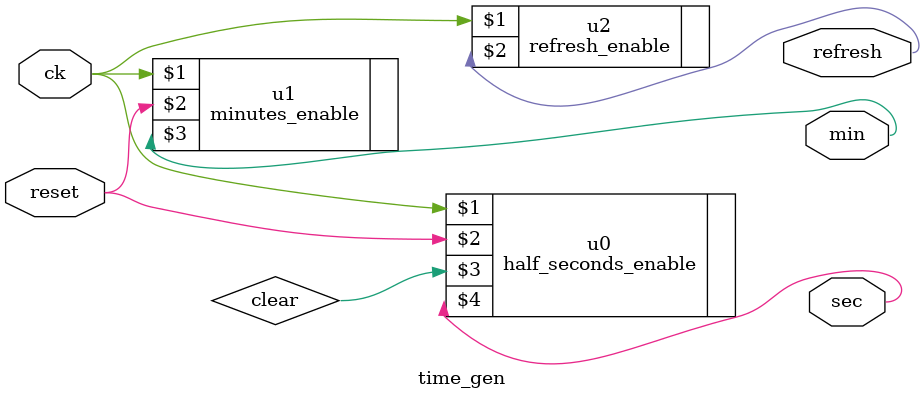
<source format=v>
`timescale 1ns/1ps

module time_gen(
    input ck, reset,
    output sec, min, refresh
);
    wire clear; // unconnected
    half_seconds_enable u0(ck, reset, clear, sec);
    minutes_enable u1(ck, reset, min);
    refresh_enable u2(ck, refresh);

endmodule
</source>
